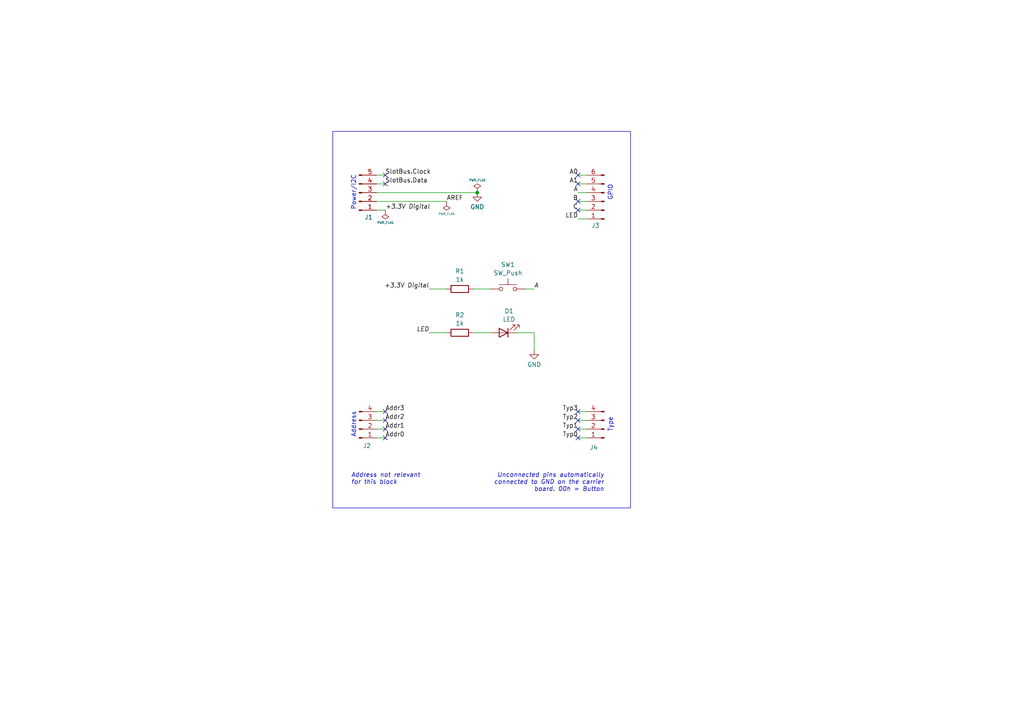
<source format=kicad_sch>
(kicad_sch (version 20250114) (generator "eeschema") (generator_version "9.0")
  (paper "A4")
  (title_block (title "Modular Music Controller / Block / Simple Switch") (date "2025-12-01") (rev "1") (company "Dennis Schulmeister-Zimolong"))
  (lib_symbols
    (symbol "Connector:Conn_01x04_Pin" (pin_names (offset 1.016) (hide yes))
      (property "Reference" "J" (at 0 5.08 0))
      (property "Value" "Conn_01x04_Pin" (at 0 -7.62 0))
      (symbol "Conn_01x04_Pin_1_1"
        (rectangle (start 0.8636 2.667) (end 0 2.413) (stroke (width 0.1524)) (fill (type outline)))
        (rectangle (start 0.8636 0.127) (end 0 -0.127) (stroke (width 0.1524)) (fill (type outline)))
        (rectangle (start 0.8636 -2.413) (end 0 -2.667) (stroke (width 0.1524)) (fill (type outline)))
        (rectangle (start 0.8636 -4.953) (end 0 -5.207) (stroke (width 0.1524)) (fill (type outline)))
        (polyline (pts (xy 1.27 2.54) (xy 0.8636 2.54)) (stroke (width 0.1524)))
        (polyline (pts (xy 1.27 0) (xy 0.8636 0)) (stroke (width 0.1524)))
        (polyline (pts (xy 1.27 -2.54) (xy 0.8636 -2.54)) (stroke (width 0.1524)))
        (polyline (pts (xy 1.27 -5.08) (xy 0.8636 -5.08)) (stroke (width 0.1524)))
        (pin passive line (at 5.08 2.54 180) (length 3.81) (name "Pin_1") (number "1"))
        (pin passive line (at 5.08 0 180) (length 3.81) (name "Pin_2") (number "2"))
        (pin passive line (at 5.08 -2.54 180) (length 3.81) (name "Pin_3") (number "3"))
        (pin passive line (at 5.08 -5.08 180) (length 3.81) (name "Pin_4") (number "4"))
      )
    )
    (symbol "Connector:Conn_01x05_Pin" (pin_names (offset 1.016) (hide yes))
      (property "Reference" "J" (at 0 7.62 0))
      (property "Value" "Conn_01x05_Pin" (at 0 -7.62 0))
      (symbol "Conn_01x05_Pin_1_1"
        (rectangle (start 0.8636 5.207) (end 0 4.953) (stroke (width 0.1524)) (fill (type outline)))
        (rectangle (start 0.8636 2.667) (end 0 2.413) (stroke (width 0.1524)) (fill (type outline)))
        (rectangle (start 0.8636 0.127) (end 0 -0.127) (stroke (width 0.1524)) (fill (type outline)))
        (rectangle (start 0.8636 -2.413) (end 0 -2.667) (stroke (width 0.1524)) (fill (type outline)))
        (rectangle (start 0.8636 -4.953) (end 0 -5.207) (stroke (width 0.1524)) (fill (type outline)))
        (polyline (pts (xy 1.27 5.08) (xy 0.8636 5.08)) (stroke (width 0.1524)))
        (polyline (pts (xy 1.27 2.54) (xy 0.8636 2.54)) (stroke (width 0.1524)))
        (polyline (pts (xy 1.27 0) (xy 0.8636 0)) (stroke (width 0.1524)))
        (polyline (pts (xy 1.27 -2.54) (xy 0.8636 -2.54)) (stroke (width 0.1524)))
        (polyline (pts (xy 1.27 -5.08) (xy 0.8636 -5.08)) (stroke (width 0.1524)))
        (pin passive line (at 5.08 5.08 180) (length 3.81) (name "Pin_1") (number "1"))
        (pin passive line (at 5.08 2.54 180) (length 3.81) (name "Pin_2") (number "2"))
        (pin passive line (at 5.08 0 180) (length 3.81) (name "Pin_3") (number "3"))
        (pin passive line (at 5.08 -2.54 180) (length 3.81) (name "Pin_4") (number "4"))
        (pin passive line (at 5.08 -5.08 180) (length 3.81) (name "Pin_5") (number "5"))
      )
    )
    (symbol "Connector:Conn_01x06_Pin" (pin_names (offset 1.016) (hide yes))
      (property "Reference" "J" (at 0 7.62 0))
      (property "Value" "Conn_01x06_Pin" (at 0 -10.16 0))
      (symbol "Conn_01x06_Pin_1_1"
        (rectangle (start 0.8636 5.207) (end 0 4.953) (stroke (width 0.1524)) (fill (type outline)))
        (rectangle (start 0.8636 2.667) (end 0 2.413) (stroke (width 0.1524)) (fill (type outline)))
        (rectangle (start 0.8636 0.127) (end 0 -0.127) (stroke (width 0.1524)) (fill (type outline)))
        (rectangle (start 0.8636 -2.413) (end 0 -2.667) (stroke (width 0.1524)) (fill (type outline)))
        (rectangle (start 0.8636 -4.953) (end 0 -5.207) (stroke (width 0.1524)) (fill (type outline)))
        (rectangle (start 0.8636 -7.493) (end 0 -7.747) (stroke (width 0.1524)) (fill (type outline)))
        (polyline (pts (xy 1.27 5.08) (xy 0.8636 5.08)) (stroke (width 0.1524)))
        (polyline (pts (xy 1.27 2.54) (xy 0.8636 2.54)) (stroke (width 0.1524)))
        (polyline (pts (xy 1.27 0) (xy 0.8636 0)) (stroke (width 0.1524)))
        (polyline (pts (xy 1.27 -2.54) (xy 0.8636 -2.54)) (stroke (width 0.1524)))
        (polyline (pts (xy 1.27 -5.08) (xy 0.8636 -5.08)) (stroke (width 0.1524)))
        (polyline (pts (xy 1.27 -7.62) (xy 0.8636 -7.62)) (stroke (width 0.1524)))
        (pin passive line (at 5.08 5.08 180) (length 3.81) (name "Pin_1") (number "1"))
        (pin passive line (at 5.08 2.54 180) (length 3.81) (name "Pin_2") (number "2"))
        (pin passive line (at 5.08 0 180) (length 3.81) (name "Pin_3") (number "3"))
        (pin passive line (at 5.08 -2.54 180) (length 3.81) (name "Pin_4") (number "4"))
        (pin passive line (at 5.08 -5.08 180) (length 3.81) (name "Pin_5") (number "5"))
        (pin passive line (at 5.08 -7.62 180) (length 3.81) (name "Pin_6") (number "6"))
      )
    )
    (symbol "Device:LED" (pin_numbers (hide yes)) (pin_names (offset 1.016) (hide yes))
      (property "Reference" "D" (at 0 2.54 0))
      (property "Value" "LED" (at 0 -2.54 0))
      (symbol "LED_0_1"
        (polyline (pts (xy -3.048 -0.762) (xy -4.572 -2.286) (xy -3.81 -2.286) (xy -4.572 -2.286) (xy -4.572 -1.524)))
        (polyline (pts (xy -1.778 -0.762) (xy -3.302 -2.286) (xy -2.54 -2.286) (xy -3.302 -2.286) (xy -3.302 -1.524)))
        (polyline (pts (xy -1.27 0) (xy 1.27 0)))
        (polyline (pts (xy -1.27 -1.27) (xy -1.27 1.27)) (stroke (width 0.254)))
        (polyline (pts (xy 1.27 -1.27) (xy 1.27 1.27) (xy -1.27 0) (xy 1.27 -1.27)) (stroke (width 0.254)))
      )
      (symbol "LED_1_1"
        (pin passive line (at -3.81 0 0) (length 2.54) (name "K") (number "1"))
        (pin passive line (at 3.81 0 180) (length 2.54) (name "A") (number "2"))
      )
    )
    (symbol "Device:R" (pin_numbers (hide yes)) (pin_names (offset 0))
      (property "Reference" "R" (at 2.032 0 90))
      (property "Value" "R" (at 0 0 90))
      (symbol "R_0_1"
        (rectangle (start -1.016 -2.54) (end 1.016 2.54) (stroke (width 0.254)))
      )
      (symbol "R_1_1"
        (pin passive line (at 0 3.81 270) (length 1.27) (name "~") (number "1"))
        (pin passive line (at 0 -3.81 90) (length 1.27) (name "~") (number "2"))
      )
    )
    (symbol "Switch:SW_Push" (pin_numbers (hide yes)) (pin_names (offset 1.016) (hide yes))
      (property "Reference" "SW" (at 1.27 2.54 0))
      (property "Value" "SW_Push" (at 0 -1.524 0))
      (symbol "SW_Push_0_1"
        (circle (center -2.032 0) (radius 0.508))
        (polyline (pts (xy 0 1.27) (xy 0 3.048)))
        (circle (center 2.032 0) (radius 0.508))
        (polyline (pts (xy 2.54 1.27) (xy -2.54 1.27)))
        (pin passive line (at -5.08 0 0) (length 2.54) (name "1") (number "1"))
        (pin passive line (at 5.08 0 180) (length 2.54) (name "2") (number "2"))
      )
    )
    (symbol "power:GND" (power) (pin_numbers (hide yes)) (pin_names (offset 0) (hide yes))
      (property "Value" "GND" (at 0 -3.81 0))
      (symbol "GND_0_1"
        (polyline (pts (xy 0 0) (xy 0 -1.27) (xy 1.27 -1.27) (xy 0 -2.54) (xy -1.27 -1.27) (xy 0 -1.27)))
      )
      (symbol "GND_1_1"
        (pin power_in line (at 0 0 270) (length 0) (name "~") (number "1"))
      )
    )
    (symbol "power:PWR_FLAG" (power) (pin_numbers (hide yes)) (pin_names (offset 0) (hide yes))
      (property "Value" "PWR_FLAG" (at 0 3.81 0))
      (symbol "PWR_FLAG_0_0"
        (pin power_out line (at 0 0 90) (length 0) (name "~") (number "1"))
      )
      (symbol "PWR_FLAG_0_1"
        (polyline (pts (xy 0 0) (xy 0 1.27) (xy -1.016 1.905) (xy 0 2.54) (xy 1.016 1.905) (xy 0 1.27)))
      )
    )
  )
  (rectangle (start 96.52 38.1) (end 182.88 147.32))
  (text "Unconnected pins automatically\nconnected to GND on the carrier\nboard. 00h = Button" (at 175.26 137.16 0) (effects (font (size 1.27 1.27) (italic yes)) (justify right top)))
  (text "GPIO" (at 177.8 55.88 90) (effects (font (size 1.27 1.27)) (justify bottom)))
  (text "Type" (at 177.8 123.19 90) (effects (font (size 1.27 1.27)) (justify bottom)))
  (text "Address not relevant\nfor this block" (at 101.854 137.16 0) (effects (font (size 1.27 1.27) (italic yes)) (justify left top)))
  (text "Address" (at 101.854 123.19 90) (effects (font (size 1.27 1.27)) (justify top)))
  (text "Power/I2C" (at 101.854 55.88 90) (effects (font (size 1.27 1.27)) (justify top)))
  (junction (at 138.43 55.88))
  (no_connect (at 167.64 53.34))
  (no_connect (at 111.76 127))
  (no_connect (at 167.64 58.42))
  (no_connect (at 167.64 124.46))
  (no_connect (at 111.76 50.8))
  (no_connect (at 111.76 124.46))
  (no_connect (at 167.64 50.8))
  (no_connect (at 111.76 53.34))
  (no_connect (at 111.76 119.38))
  (no_connect (at 167.64 119.38))
  (no_connect (at 167.64 60.96))
  (no_connect (at 167.64 121.92))
  (no_connect (at 167.64 127))
  (no_connect (at 111.76 121.92))
  (wire (pts (xy 111.76 119.38) (xy 109.22 119.38)))
  (wire (pts (xy 109.22 60.96) (xy 111.76 60.96)))
  (wire (pts (xy 111.76 121.92) (xy 109.22 121.92)))
  (wire (pts (xy 167.64 124.46) (xy 170.18 124.46)))
  (wire (pts (xy 167.64 60.96) (xy 170.18 60.96)))
  (wire (pts (xy 124.46 83.82) (xy 129.54 83.82)))
  (wire (pts (xy 137.16 96.52) (xy 142.24 96.52)))
  (wire (pts (xy 111.76 124.46) (xy 109.22 124.46)))
  (wire (pts (xy 167.64 121.92) (xy 170.18 121.92)))
  (wire (pts (xy 167.64 53.34) (xy 170.18 53.34)))
  (wire (pts (xy 167.64 127) (xy 170.18 127)))
  (wire (pts (xy 167.64 55.88) (xy 170.18 55.88)))
  (wire (pts (xy 137.16 83.82) (xy 142.24 83.82)))
  (wire (pts (xy 167.64 58.42) (xy 170.18 58.42)))
  (wire (pts (xy 109.22 55.88) (xy 138.43 55.88)))
  (wire (pts (xy 109.22 50.8) (xy 111.76 50.8)))
  (wire (pts (xy 109.22 58.42) (xy 129.54 58.42)))
  (wire (pts (xy 111.76 127) (xy 109.22 127)))
  (wire (pts (xy 154.94 83.82) (xy 152.4 83.82)))
  (wire (pts (xy 167.64 50.8) (xy 170.18 50.8)))
  (wire (pts (xy 124.46 96.52) (xy 129.54 96.52)))
  (wire (pts (xy 109.22 53.34) (xy 111.76 53.34)))
  (wire (pts (xy 149.86 96.52) (xy 154.94 96.52)))
  (wire (pts (xy 154.94 96.52) (xy 154.94 101.6)))
  (wire (pts (xy 167.64 119.38) (xy 170.18 119.38)))
  (wire (pts (xy 167.64 63.5) (xy 170.18 63.5)))
  (label "B" (at 167.64 58.42 180))
  (label "C" (at 167.64 60.96 180))
  (label "SlotBus.Data" (at 111.76 53.34 0))
  (label "SlotBus.Clock" (at 111.76 50.8 0))
  (label "A" (at 167.64 55.88 180))
  (label "A1" (at 167.64 53.34 180))
  (label "A0" (at 167.64 50.8 180))
  (label "LED" (at 167.64 63.5 180))
  (label "A" (at 154.94 83.82 0) (effects (font (italic yes))))
  (label "LED" (at 124.46 96.52 180) (effects (font (italic yes))))
  (label "+3.3V Digital" (at 111.76 60.96 0) (effects (font (italic yes))))
  (label "Typ1" (at 167.64 124.46 180))
  (label "Typ0" (at 167.64 127 180))
  (label "Typ2" (at 167.64 121.92 180))
  (label "Typ3" (at 167.64 119.38 180))
  (label "AREF" (at 129.54 58.42 0))
  (label "Addr2" (at 111.76 121.92 0))
  (label "Addr1" (at 111.76 124.46 0))
  (label "Addr0" (at 111.76 127 0))
  (label "Addr3" (at 111.76 119.38 0))
  (label "+3.3V Digital" (at 124.46 83.82 180) (effects (font (italic yes))))
  (symbol (lib_id "Device:R") (at 133.35 96.52 90) (unit 1)
    (property "Reference" "R2" (at 133.35 91.3595 90))
    (property "Value" "1k" (at 133.35 93.7838 90))
    (property "Footprint" "Resistor_SMD:R_0402_1005Metric" (effects (hide yes)))
    (property "Description" "Resistor" (effects (hide yes)))
  )
  (symbol (lib_id "Connector:Conn_01x04_Pin") (at 175.26 124.46 180) (unit 1)
    (property "Reference" "J4" (at 172.212 129.794 0))
    (property "Value" "Samtec MTMS-104-02-T-S-100" (effects (hide yes)))
    (property "Footprint" "Connector_PinHeader_1.27mm:PinHeader_1x04_P1.27mm_Vertical" (effects (hide yes)))
    (property "Description" "Single row pin header" (effects (hide yes)))
  )
  (symbol (lib_id "Device:LED") (at 146.05 96.52 180) (unit 1)
    (property "Reference" "D1" (at 147.6375 90.2165 0))
    (property "Value" "LED" (at 147.6375 92.6408 0))
    (property "Footprint" "LED_SMD:LED_0805_2012Metric" (effects (hide yes)))
    (property "Description" "Light emitting diode" (effects (hide yes)))
    (property "Sim.Pins" "1=K 2=A" (effects (hide yes)))
  )
  (symbol (lib_id "Connector:Conn_01x06_Pin") (at 175.26 58.42 180) (unit 1)
    (property "Reference" "J3" (at 172.72 65.4163 0))
    (property "Value" "Samtec  MTMS-106-02-T-S-100" (effects (hide yes)))
    (property "Footprint" "Connector_PinHeader_1.27mm:PinHeader_1x06_P1.27mm_Vertical" (effects (hide yes)))
    (property "Description" "Single row pin header" (effects (hide yes)))
  )
  (symbol (lib_id "Device:R") (at 133.35 83.82 90) (unit 1)
    (property "Reference" "R1" (at 133.35 78.6595 90))
    (property "Value" "1k" (at 133.35 81.0838 90))
    (property "Footprint" "Resistor_SMD:R_0402_1005Metric" (effects (hide yes)))
    (property "Description" "Resistor" (effects (hide yes)))
  )
  (symbol (lib_id "power:PWR_FLAG") (at 138.43 55.88 0) (unit 1)
    (property "Reference" "#FLG03" (effects (hide yes)))
    (property "Value" "PWR_FLAG" (at 138.43 52.2577 0) (effects (font (size 0.635 0.635) (thickness 0.0794))))
    (property "Description" "Special symbol for telling ERC where power comes from" (effects (hide yes)))
  )
  (symbol (lib_id "power:PWR_FLAG") (at 111.76 60.96 180) (unit 1)
    (property "Reference" "#FLG01" (effects (hide yes)))
    (property "Value" "PWR_FLAG" (at 111.76 64.5823 0) (effects (font (size 0.635 0.635) (thickness 0.0794))))
    (property "Description" "Special symbol for telling ERC where power comes from" (effects (hide yes)))
  )
  (symbol (lib_id "Connector:Conn_01x05_Pin") (at 104.14 55.88 0) (mirror x) (unit 1)
    (property "Reference" "J1" (at 106.934 62.992 0))
    (property "Value" "Samtec MTMS-105-02-T-S-100" (effects (hide yes)))
    (property "Footprint" "Connector_PinHeader_1.27mm:PinHeader_1x05_P1.27mm_Vertical" (effects (hide yes)))
    (property "Description" "Single row pin header" (effects (hide yes)))
  )
  (symbol (lib_id "Switch:SW_Push") (at 147.32 83.82 0) (unit 1)
    (property "Reference" "SW1" (at 147.32 76.7545 0))
    (property "Value" "SW_Push" (at 147.32 79.1788 0))
    (property "Footprint" "Button_Switch_THT:SW_PUSH_6mm" (effects (hide yes)))
    (property "Description" "Push button switch, generic, two pins" (effects (hide yes)))
  )
  (symbol (lib_id "power:GND") (at 138.43 55.88 0) (unit 1)
    (property "Reference" "#PWR01" (effects (hide yes)))
    (property "Value" "GND" (at 138.43 60.0131 0))
    (property "Description" "Power symbol creates a global label with name \"GND\" , ground" (effects (hide yes)))
  )
  (symbol (lib_id "power:PWR_FLAG") (at 129.54 58.42 180) (unit 1)
    (property "Reference" "#FLG02" (effects (hide yes)))
    (property "Value" "PWR_FLAG" (at 129.54 62.0423 0) (effects (font (size 0.635 0.635) (thickness 0.0794))))
    (property "Description" "Special symbol for telling ERC where power comes from" (effects (hide yes)))
  )
  (symbol (lib_id "power:GND") (at 154.94 101.6 0) (unit 1)
    (property "Reference" "#PWR02" (effects (hide yes)))
    (property "Value" "GND" (at 154.94 105.7331 0))
    (property "Description" "Power symbol creates a global label with name \"GND\" , ground" (effects (hide yes)))
  )
  (symbol (lib_id "Connector:Conn_01x04_Pin") (at 104.14 124.46 0) (mirror x) (unit 1)
    (property "Reference" "J2" (at 106.426 129.286 0))
    (property "Value" "Samtec MTMS-104-02-T-S-100" (effects (hide yes)))
    (property "Footprint" "Connector_PinHeader_1.27mm:PinHeader_1x04_P1.27mm_Vertical" (effects (hide yes)))
    (property "Description" "Single row pin header" (effects (hide yes)))
  )
)
</source>
